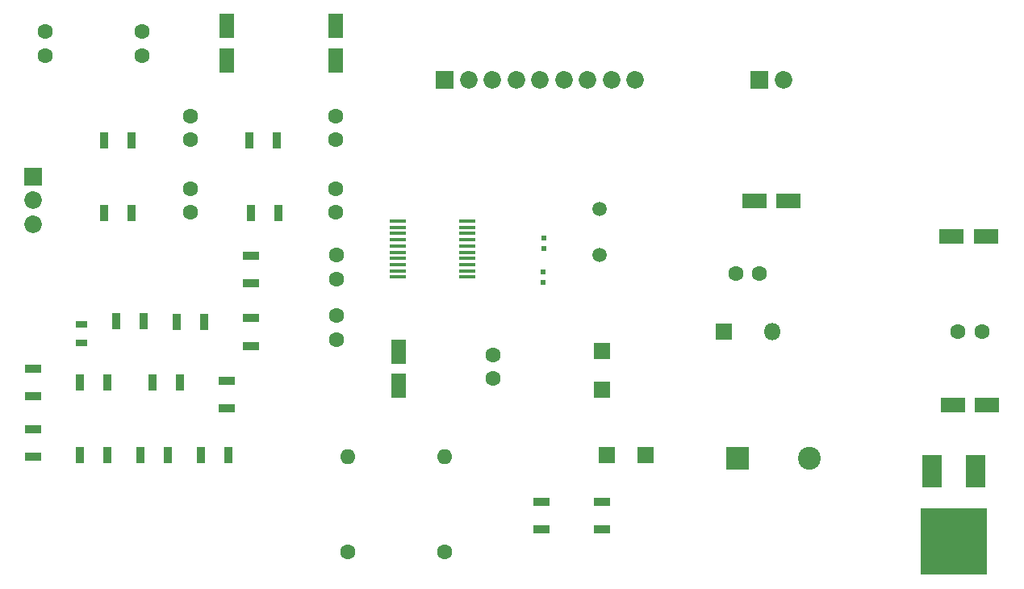
<source format=gts>
G04 #@! TF.FileFunction,Soldermask,Top*
%FSLAX46Y46*%
G04 Gerber Fmt 4.6, Leading zero omitted, Abs format (unit mm)*
G04 Created by KiCad (PCBNEW 4.0.7-e2-6376~58~ubuntu16.04.1) date Thu Nov 23 09:20:08 2017*
%MOMM*%
%LPD*%
G01*
G04 APERTURE LIST*
%ADD10C,0.100000*%
%ADD11C,1.600000*%
%ADD12O,1.600000X1.600000*%
%ADD13R,0.500000X0.600000*%
%ADD14R,1.850000X1.850000*%
%ADD15C,1.850000*%
%ADD16R,1.600000X2.600000*%
%ADD17R,2.600000X1.600000*%
%ADD18R,1.700000X0.900000*%
%ADD19R,0.900000X1.700000*%
%ADD20R,1.300000X0.700000*%
%ADD21R,1.651000X0.431800*%
%ADD22C,1.500000*%
%ADD23R,2.000000X3.500000*%
%ADD24R,7.000000X7.000000*%
%ADD25R,1.800000X1.800000*%
%ADD26O,1.800000X1.800000*%
%ADD27R,2.400000X2.400000*%
%ADD28C,2.400000*%
%ADD29R,1.770000X1.800000*%
%ADD30R,1.800000X1.770000*%
G04 APERTURE END LIST*
D10*
D11*
X114300000Y-49530000D03*
X114300000Y-52030000D03*
X114300000Y-57150000D03*
X114300000Y-59650000D03*
X194818000Y-72199500D03*
X197318000Y-72199500D03*
X129540000Y-49530000D03*
X129540000Y-52030000D03*
X129540000Y-57150000D03*
X129540000Y-59650000D03*
X173990000Y-66040000D03*
X171490000Y-66040000D03*
X129603500Y-70485000D03*
X129603500Y-72985000D03*
X130810000Y-95250000D03*
D12*
X130810000Y-85250000D03*
D11*
X140970000Y-95250000D03*
D12*
X140970000Y-85250000D03*
D11*
X99060000Y-43180000D03*
X99060000Y-40680000D03*
X109220000Y-43180000D03*
X109220000Y-40680000D03*
X146050000Y-77089000D03*
X146050000Y-74589000D03*
X129603500Y-64135000D03*
X129603500Y-66635000D03*
D13*
X151320500Y-65934500D03*
X151320500Y-67034500D03*
X151384000Y-63415000D03*
X151384000Y-62315000D03*
D14*
X140970000Y-45720000D03*
D15*
X143470000Y-45720000D03*
X145970000Y-45720000D03*
X148470000Y-45720000D03*
X150970000Y-45720000D03*
X153470000Y-45720000D03*
X155970000Y-45720000D03*
X158470000Y-45720000D03*
X160970000Y-45720000D03*
D16*
X129540000Y-40110000D03*
X129540000Y-43710000D03*
D17*
X197761000Y-62166500D03*
X194161000Y-62166500D03*
X197888000Y-79883000D03*
X194288000Y-79883000D03*
X177060000Y-58420000D03*
X173460000Y-58420000D03*
D16*
X118110000Y-40110000D03*
X118110000Y-43710000D03*
X136144000Y-74273000D03*
X136144000Y-77873000D03*
D14*
X97790000Y-55880000D03*
D15*
X97790000Y-58380000D03*
X97790000Y-60880000D03*
D14*
X173990000Y-45720000D03*
D15*
X176490000Y-45720000D03*
D18*
X97790000Y-78920000D03*
X97790000Y-76020000D03*
X97790000Y-85270000D03*
X97790000Y-82370000D03*
D19*
X108130000Y-52070000D03*
X105230000Y-52070000D03*
X108130000Y-59690000D03*
X105230000Y-59690000D03*
X105590000Y-85090000D03*
X102690000Y-85090000D03*
X111940000Y-85090000D03*
X109040000Y-85090000D03*
X123370000Y-52070000D03*
X120470000Y-52070000D03*
X123497000Y-59690000D03*
X120597000Y-59690000D03*
X118290000Y-85090000D03*
X115390000Y-85090000D03*
D18*
X118110000Y-77290000D03*
X118110000Y-80190000D03*
D19*
X110310000Y-77470000D03*
X113210000Y-77470000D03*
X102690000Y-77470000D03*
X105590000Y-77470000D03*
D20*
X102870000Y-71440000D03*
X102870000Y-73340000D03*
D19*
X109400000Y-71056500D03*
X106500000Y-71056500D03*
X115750000Y-71120000D03*
X112850000Y-71120000D03*
D18*
X120650000Y-70749500D03*
X120650000Y-73649500D03*
X157480000Y-89990000D03*
X157480000Y-92890000D03*
X151130000Y-92890000D03*
X151130000Y-89990000D03*
X120650000Y-64209000D03*
X120650000Y-67109000D03*
D21*
X136067800Y-60579000D03*
X136067800Y-61214000D03*
X136067800Y-61874400D03*
X136067800Y-62534800D03*
X136067800Y-63169800D03*
X136067800Y-63830200D03*
X136067800Y-64465200D03*
X136067800Y-65125600D03*
X136067800Y-65786000D03*
X136067800Y-66421000D03*
X143332200Y-66421000D03*
X143332200Y-65786000D03*
X143332200Y-65125600D03*
X143332200Y-64465200D03*
X143332200Y-63830200D03*
X143332200Y-63169800D03*
X143332200Y-62534800D03*
X143332200Y-61874400D03*
X143332200Y-61214000D03*
X143332200Y-60579000D03*
D22*
X157226000Y-64135000D03*
X157226000Y-59255000D03*
D23*
X196673500Y-86801500D03*
X192093500Y-86801500D03*
D24*
X194373500Y-94201500D03*
D25*
X170243500Y-72199500D03*
D26*
X175323500Y-72199500D03*
D27*
X171704000Y-85471000D03*
D28*
X179204000Y-85471000D03*
D29*
X157480000Y-74158000D03*
X157480000Y-78242000D03*
D30*
X157978000Y-85090000D03*
X162062000Y-85090000D03*
M02*

</source>
